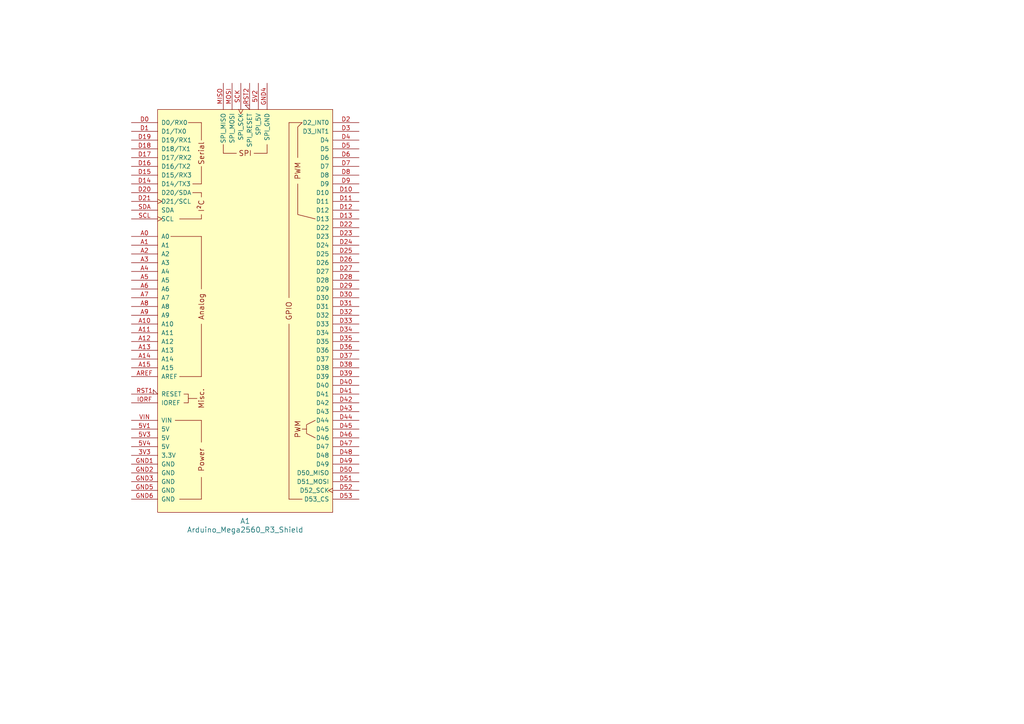
<source format=kicad_sch>
(kicad_sch (version 20230121) (generator eeschema)
  (paper "A4")
  (lib_symbols
    (symbol "PCM_arduino-library:Arduino_Mega2560_R3_Shield" (pin_names (offset 1.016))
      (property "Reference" "A" (at 0 -62.23 0))
      (property "Value" "Arduino_Mega2560_R3_Shield" (at 0 -66.04 0))
      (symbol "Arduino_Mega2560_R3_Shield_0_0"
        (rectangle (start -25.4 -58.42) (end 25.4 58.42) (fill (type background)))
        (rectangle (start -20.32 -31.75) (end -12.7 -31.75))
        (rectangle (start -19.05 -54.61) (end -12.7 -54.61))
        (rectangle (start -19.05 -19.05) (end -12.7 -19.05))
        (rectangle (start -19.05 26.67) (end -12.7 26.67))
        (rectangle (start -17.78 -26.67) (end -16.51 -26.67))
        (rectangle (start -17.78 -24.13) (end -16.51 -24.13))
        (rectangle (start -16.51 -25.4) (end -13.97 -25.4))
        (rectangle (start -16.51 -24.13) (end -16.51 -26.67))
        (rectangle (start -16.51 54.61) (end -12.7 54.61))
        (rectangle (start -15.24 34.29) (end -12.7 34.29))
        (rectangle (start -15.24 36.83) (end -12.7 36.83))
        (rectangle (start -12.7 -54.61) (end -12.7 -48.26))
        (rectangle (start -12.7 -31.75) (end -12.7 -38.1))
        (rectangle (start -12.7 26.67) (end -12.7 27.94))
        (rectangle (start -12.7 34.29) (end -12.7 33.02))
        (rectangle (start -12.7 41.91) (end -12.7 36.83))
        (rectangle (start -12.7 49.53) (end -12.7 54.61))
        (rectangle (start -6.35 48.26) (end -6.35 45.72))
        (rectangle (start -2.54 45.72) (end -6.35 45.72))
        (polyline (pts (xy -21.59 21.59) (xy -12.7 21.59)))
        (polyline (pts (xy -12.7 -19.05) (xy -12.7 -3.81)))
        (polyline (pts (xy -12.7 6.35) (xy -12.7 21.59)))
        (polyline (pts (xy 12.7 -54.61) (xy 16.51 -54.61)))
        (polyline (pts (xy 12.7 54.61) (xy 16.51 54.61)))
        (polyline (pts (xy 17.78 -34.29) (xy 16.51 -34.29)))
        (polyline (pts (xy 15.24 36.83) (xy 15.24 27.94) (xy 20.32 26.67)))
        (polyline (pts (xy 15.24 44.45) (xy 15.24 53.34) (xy 16.51 54.61)))
        (polyline (pts (xy 20.32 -31.75) (xy 17.78 -33.02) (xy 17.78 -35.56) (xy 20.32 -36.83)))
        (rectangle (start 6.35 45.72) (end 2.54 45.72))
        (rectangle (start 6.35 48.26) (end 6.35 45.72))
        (text "Analog" (at -12.7 1.27 900) (effects (font (size 1.524 1.524))))
        (text "I²C" (at -12.7 30.48 900) (effects (font (size 1.524 1.524))))
        (text "Misc." (at -12.7 -25.4 900) (effects (font (size 1.524 1.524))))
        (text "Power" (at -12.7 -43.18 900) (effects (font (size 1.524 1.524))))
        (text "PWM" (at 15.24 -34.29 900) (effects (font (size 1.524 1.524))))
        (text "PWM" (at 15.24 40.64 900) (effects (font (size 1.524 1.524))))
        (text "Serial" (at -12.7 45.72 900) (effects (font (size 1.524 1.524))))
        (text "SPI" (at 0 45.72 0) (effects (font (size 1.524 1.524))))
      )
      (symbol "Arduino_Mega2560_R3_Shield_1_0"
        (rectangle (start 12.7 -54.61) (end 12.7 -3.81))
        (rectangle (start 12.7 54.61) (end 12.7 3.81))
        (text "GPIO" (at 12.7 0 900) (effects (font (size 1.524 1.524))))
      )
      (symbol "Arduino_Mega2560_R3_Shield_1_1"
        (pin power_out line (at -33.02 -41.91 0) (length 7.62) (name "3.3V") (number "3V3"))
        (pin power_in line (at -33.02 -34.29 0) (length 7.62) (name "5V") (number "5V1"))
        (pin power_in line (at 3.81 66.04 270) (length 7.62) (name "SPI_5V") (number "5V2"))
        (pin power_in line (at -33.02 -36.83 0) (length 7.62) (name "5V") (number "5V3"))
        (pin power_in line (at -33.02 -39.37 0) (length 7.62) (name "5V") (number "5V4"))
        (pin bidirectional line (at -33.02 21.59 0) (length 7.62) (name "A0") (number "A0"))
        (pin bidirectional line (at -33.02 19.05 0) (length 7.62) (name "A1") (number "A1"))
        (pin bidirectional line (at -33.02 -3.81 0) (length 7.62) (name "A10") (number "A10"))
        (pin bidirectional line (at -33.02 -6.35 0) (length 7.62) (name "A11") (number "A11"))
        (pin bidirectional line (at -33.02 -8.89 0) (length 7.62) (name "A12") (number "A12"))
        (pin bidirectional line (at -33.02 -11.43 0) (length 7.62) (name "A13") (number "A13"))
        (pin bidirectional line (at -33.02 -13.97 0) (length 7.62) (name "A14") (number "A14"))
        (pin bidirectional line (at -33.02 -16.51 0) (length 7.62) (name "A15") (number "A15"))
        (pin bidirectional line (at -33.02 16.51 0) (length 7.62) (name "A2") (number "A2"))
        (pin bidirectional line (at -33.02 13.97 0) (length 7.62) (name "A3") (number "A3"))
        (pin bidirectional line (at -33.02 11.43 0) (length 7.62) (name "A4") (number "A4"))
        (pin bidirectional line (at -33.02 8.89 0) (length 7.62) (name "A5") (number "A5"))
        (pin bidirectional line (at -33.02 6.35 0) (length 7.62) (name "A6") (number "A6"))
        (pin bidirectional line (at -33.02 3.81 0) (length 7.62) (name "A7") (number "A7"))
        (pin bidirectional line (at -33.02 1.27 0) (length 7.62) (name "A8") (number "A8"))
        (pin bidirectional line (at -33.02 -1.27 0) (length 7.62) (name "A9") (number "A9"))
        (pin input line (at -33.02 -19.05 0) (length 7.62) (name "AREF") (number "AREF"))
        (pin bidirectional line (at -33.02 54.61 0) (length 7.62) (name "D0/RX0") (number "D0"))
        (pin bidirectional line (at -33.02 52.07 0) (length 7.62) (name "D1/TX0") (number "D1"))
        (pin bidirectional line (at 33.02 34.29 180) (length 7.62) (name "D10") (number "D10"))
        (pin bidirectional line (at 33.02 31.75 180) (length 7.62) (name "D11") (number "D11"))
        (pin bidirectional line (at 33.02 29.21 180) (length 7.62) (name "D12") (number "D12"))
        (pin bidirectional line (at 33.02 26.67 180) (length 7.62) (name "D13") (number "D13"))
        (pin bidirectional line (at -33.02 36.83 0) (length 7.62) (name "D14/TX3") (number "D14"))
        (pin bidirectional line (at -33.02 39.37 0) (length 7.62) (name "D15/RX3") (number "D15"))
        (pin bidirectional line (at -33.02 41.91 0) (length 7.62) (name "D16/TX2") (number "D16"))
        (pin bidirectional line (at -33.02 44.45 0) (length 7.62) (name "D17/RX2") (number "D17"))
        (pin bidirectional line (at -33.02 46.99 0) (length 7.62) (name "D18/TX1") (number "D18"))
        (pin bidirectional line (at -33.02 49.53 0) (length 7.62) (name "D19/RX1") (number "D19"))
        (pin bidirectional line (at 33.02 54.61 180) (length 7.62) (name "D2_INT0") (number "D2"))
        (pin bidirectional line (at -33.02 34.29 0) (length 7.62) (name "D20/SDA") (number "D20"))
        (pin bidirectional clock (at -33.02 31.75 0) (length 7.62) (name "D21/SCL") (number "D21"))
        (pin bidirectional line (at 33.02 24.13 180) (length 7.62) (name "D22") (number "D22"))
        (pin bidirectional line (at 33.02 21.59 180) (length 7.62) (name "D23") (number "D23"))
        (pin bidirectional line (at 33.02 19.05 180) (length 7.62) (name "D24") (number "D24"))
        (pin bidirectional line (at 33.02 16.51 180) (length 7.62) (name "D25") (number "D25"))
        (pin bidirectional line (at 33.02 13.97 180) (length 7.62) (name "D26") (number "D26"))
        (pin bidirectional line (at 33.02 11.43 180) (length 7.62) (name "D27") (number "D27"))
        (pin bidirectional line (at 33.02 8.89 180) (length 7.62) (name "D28") (number "D28"))
        (pin bidirectional line (at 33.02 6.35 180) (length 7.62) (name "D29") (number "D29"))
        (pin bidirectional line (at 33.02 52.07 180) (length 7.62) (name "D3_INT1") (number "D3"))
        (pin bidirectional line (at 33.02 3.81 180) (length 7.62) (name "D30") (number "D30"))
        (pin bidirectional line (at 33.02 1.27 180) (length 7.62) (name "D31") (number "D31"))
        (pin bidirectional line (at 33.02 -1.27 180) (length 7.62) (name "D32") (number "D32"))
        (pin bidirectional line (at 33.02 -3.81 180) (length 7.62) (name "D33") (number "D33"))
        (pin bidirectional line (at 33.02 -6.35 180) (length 7.62) (name "D34") (number "D34"))
        (pin bidirectional line (at 33.02 -8.89 180) (length 7.62) (name "D35") (number "D35"))
        (pin bidirectional line (at 33.02 -11.43 180) (length 7.62) (name "D36") (number "D36"))
        (pin bidirectional line (at 33.02 -13.97 180) (length 7.62) (name "D37") (number "D37"))
        (pin bidirectional line (at 33.02 -16.51 180) (length 7.62) (name "D38") (number "D38"))
        (pin bidirectional line (at 33.02 -19.05 180) (length 7.62) (name "D39") (number "D39"))
        (pin bidirectional line (at 33.02 49.53 180) (length 7.62) (name "D4") (number "D4"))
        (pin bidirectional line (at 33.02 -21.59 180) (length 7.62) (name "D40") (number "D40"))
        (pin bidirectional line (at 33.02 -24.13 180) (length 7.62) (name "D41") (number "D41"))
        (pin bidirectional line (at 33.02 -26.67 180) (length 7.62) (name "D42") (number "D42"))
        (pin bidirectional line (at 33.02 -29.21 180) (length 7.62) (name "D43") (number "D43"))
        (pin bidirectional line (at 33.02 -31.75 180) (length 7.62) (name "D44") (number "D44"))
        (pin bidirectional line (at 33.02 -34.29 180) (length 7.62) (name "D45") (number "D45"))
        (pin bidirectional line (at 33.02 -36.83 180) (length 7.62) (name "D46") (number "D46"))
        (pin bidirectional line (at 33.02 -39.37 180) (length 7.62) (name "D47") (number "D47"))
        (pin bidirectional line (at 33.02 -41.91 180) (length 7.62) (name "D48") (number "D48"))
        (pin bidirectional line (at 33.02 -44.45 180) (length 7.62) (name "D49") (number "D49"))
        (pin bidirectional line (at 33.02 46.99 180) (length 7.62) (name "D5") (number "D5"))
        (pin bidirectional line (at 33.02 -46.99 180) (length 7.62) (name "D50_MISO") (number "D50"))
        (pin bidirectional line (at 33.02 -49.53 180) (length 7.62) (name "D51_MOSI") (number "D51"))
        (pin bidirectional clock (at 33.02 -52.07 180) (length 7.62) (name "D52_SCK") (number "D52"))
        (pin bidirectional line (at 33.02 -54.61 180) (length 7.62) (name "D53_CS") (number "D53"))
        (pin bidirectional line (at 33.02 44.45 180) (length 7.62) (name "D6") (number "D6"))
        (pin bidirectional line (at 33.02 41.91 180) (length 7.62) (name "D7") (number "D7"))
        (pin bidirectional line (at 33.02 39.37 180) (length 7.62) (name "D8") (number "D8"))
        (pin bidirectional line (at 33.02 36.83 180) (length 7.62) (name "D9") (number "D9"))
        (pin power_in line (at -33.02 -44.45 0) (length 7.62) (name "GND") (number "GND1"))
        (pin power_in line (at -33.02 -46.99 0) (length 7.62) (name "GND") (number "GND2"))
        (pin power_in line (at -33.02 -49.53 0) (length 7.62) (name "GND") (number "GND3"))
        (pin power_in line (at 6.35 66.04 270) (length 7.62) (name "SPI_GND") (number "GND4"))
        (pin power_in line (at -33.02 -52.07 0) (length 7.62) (name "GND") (number "GND5"))
        (pin power_in line (at -33.02 -54.61 0) (length 7.62) (name "GND") (number "GND6"))
        (pin output line (at -33.02 -26.67 0) (length 7.62) (name "IOREF") (number "IORF"))
        (pin input line (at -6.35 66.04 270) (length 7.62) (name "SPI_MISO") (number "MISO"))
        (pin output line (at -3.81 66.04 270) (length 7.62) (name "SPI_MOSI") (number "MOSI"))
        (pin open_collector input_low (at -33.02 -24.13 0) (length 7.62) (name "RESET") (number "RST1"))
        (pin open_collector input_low (at 1.27 66.04 270) (length 7.62) (name "SPI_RESET") (number "RST2"))
        (pin output clock (at -1.27 66.04 270) (length 7.62) (name "SPI_SCK") (number "SCK"))
        (pin bidirectional clock (at -33.02 26.67 0) (length 7.62) (name "SCL") (number "SCL"))
        (pin bidirectional line (at -33.02 29.21 0) (length 7.62) (name "SDA") (number "SDA"))
        (pin power_in line (at -33.02 -31.75 0) (length 7.62) (name "VIN") (number "VIN"))
      )
    )
  )
  (symbol (lib_id "PCM_arduino-library:Arduino_Mega2560_R3_Shield") (at 71.12 90.17 0) (unit 1)
    (property "Reference" "A1" (at 71.12 151.13 0) (effects (font (size 1.524 1.524))))
    (property "Value" "Arduino_Mega2560_R3_Shield" (at 71.12 153.67 0) (effects (font (size 1.524 1.524))))
    (property "Footprint" "PCM_arduino-library:Arduino_Mega2560_R3_Shield" (effects hide))
    (property "Datasheet" "https://docs.arduino.cc/hardware/mega-2560" (effects hide))
  )
)
</source>
